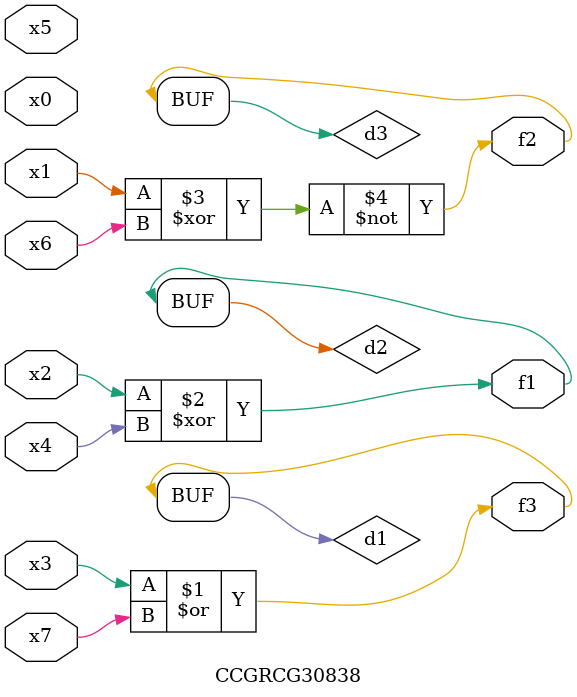
<source format=v>
module CCGRCG30838(
	input x0, x1, x2, x3, x4, x5, x6, x7,
	output f1, f2, f3
);

	wire d1, d2, d3;

	or (d1, x3, x7);
	xor (d2, x2, x4);
	xnor (d3, x1, x6);
	assign f1 = d2;
	assign f2 = d3;
	assign f3 = d1;
endmodule

</source>
